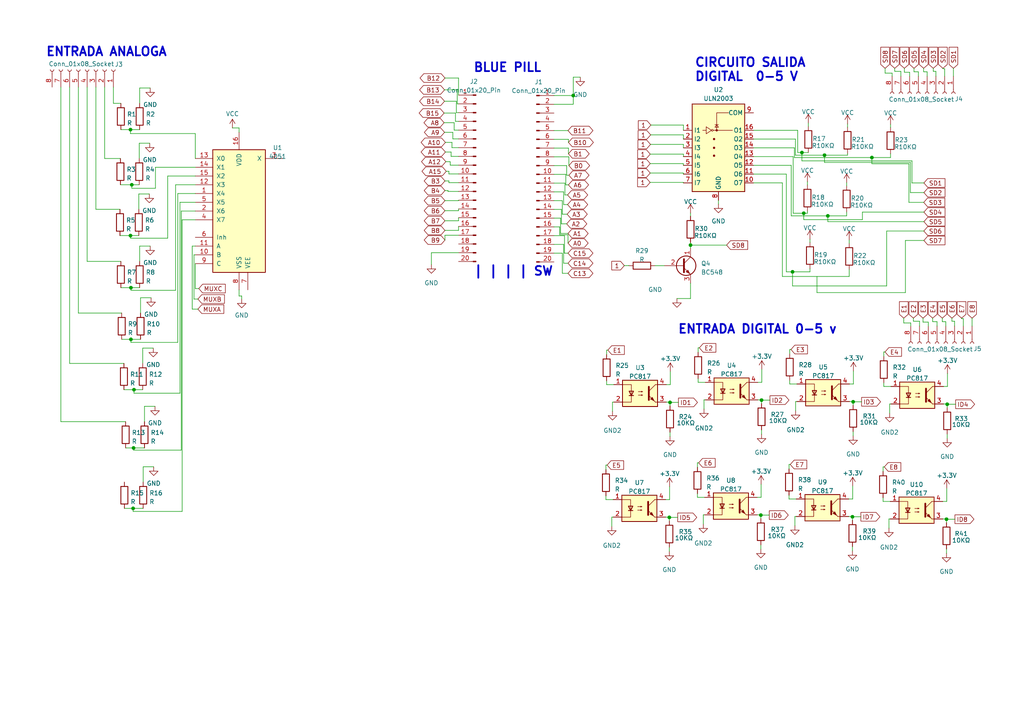
<source format=kicad_sch>
(kicad_sch (version 20230121) (generator eeschema)
  (paper "A4")
  (junction (at 200.279 71.0946))
  (junction (at 37.973 83.439))
  (junction (at 37.846 68.326))
  (junction (at 274.5232 150.5966))
  (junction (at 37.973 98.425))
  (junction (at 37.846 37.592))
  (junction (at 220.6752 149.4028))
  (junction (at 247.2436 149.8854))
  (junction (at 252.8824 45.6946))
  (junction (at 38.862 113.03))
  (junction (at 232.5878 44.2468))
  (junction (at 247.4468 116.5352))
  (junction (at 166.2684 27.7114))
  (junction (at 38.735 129.921))
  (junction (at 194.1322 150.0632))
  (junction (at 233.1212 61.849))
  (junction (at 229.87 78.8416))
  (junction (at 38.608 147.447))
  (junction (at 274.7264 117.2464))
  (junction (at 194.3354 116.713))
  (junction (at 38.227 53.594))
  (junction (at 239.141 45.0088))
  (junction (at 240.1062 62.611))
  (junction (at 220.8784 116.0526))
  (wire (pts (xy 270.6878 20.701) (xy 271.4498 20.701)))
  (wire (pts (xy 267.9446 67.0052) (xy 257.175 67.0052)))
  (wire (pts (xy 246.3038 78.1812) (xy 246.3038 80.1878)))
  (wire (pts (xy 129.0574 61.1124) (xy 132.9944 61.1124)))
  (wire (pts (xy 168.3004 22.3774) (xy 166.2684 22.3774)))
  (wire (pts (xy 264.0584 47.117) (xy 239.141 47.117)))
  (wire (pts (xy 277.1648 117.2464) (xy 274.7264 117.2464)))
  (wire (pts (xy 164.9984 45.4914) (xy 164.9984 48.0314)))
  (wire (pts (xy 246.1768 144.7292) (xy 247.3198 144.7292)))
  (wire (pts (xy 247.2436 149.8092) (xy 247.2436 149.8854)))
  (wire (pts (xy 196.7738 116.713) (xy 194.3354 116.713)))
  (wire (pts (xy 259.5118 20.701) (xy 259.5118 19.812)))
  (wire (pts (xy 250.1392 61.5188) (xy 250.1392 63.7032)))
  (wire (pts (xy 229.489 62.611) (xy 240.1062 62.611)))
  (wire (pts (xy 129.0574 58.1914) (xy 132.9944 58.1914)))
  (wire (pts (xy 175.7426 134.8994) (xy 175.7426 136.1948)))
  (wire (pts (xy 163.4744 55.6514) (xy 163.4744 59.3344)))
  (wire (pts (xy 45.085 54.61) (xy 38.227 54.61)))
  (wire (pts (xy 239.141 47.117) (xy 239.141 45.0088)))
  (wire (pts (xy 252.8824 45.6946) (xy 258.2926 45.6946)))
  (wire (pts (xy 37.973 98.425) (xy 40.767 98.425)))
  (wire (pts (xy 230.759 116.459) (xy 230.759 119.126)))
  (wire (pts (xy 164.3634 50.8254) (xy 164.9984 50.8254)))
  (wire (pts (xy 276.5298 19.812) (xy 276.5298 22.098)))
  (wire (pts (xy 125.1204 73.3044) (xy 125.1204 76.7334)))
  (wire (pts (xy 270.6878 19.812) (xy 270.6878 20.701)))
  (wire (pts (xy 43.815 86.36) (xy 40.767 86.36)))
  (wire (pts (xy 264.0584 55.8546) (xy 264.0584 47.117)))
  (wire (pts (xy 36.449 129.921) (xy 38.735 129.921)))
  (wire (pts (xy 162.5854 63.2714) (xy 162.5854 67.7164)))
  (wire (pts (xy 274.7264 117.1702) (xy 274.7264 117.2464)))
  (wire (pts (xy 50.927 53.594) (xy 50.927 84.201)))
  (wire (pts (xy 198.1962 47.9552) (xy 198.2216 47.9552)))
  (wire (pts (xy 246.3038 80.1878) (xy 226.9236 80.1878)))
  (wire (pts (xy 202.8444 100.8888) (xy 202.4888 100.8888)))
  (wire (pts (xy 37.973 84.201) (xy 37.973 83.439)))
  (wire (pts (xy 220.6752 149.4028) (xy 220.6752 150.4188)))
  (wire (pts (xy 132.1054 32.7914) (xy 128.8034 32.7914)))
  (wire (pts (xy 257.8354 150.5204) (xy 257.8354 153.1874)))
  (wire (pts (xy 234.9246 78.8416) (xy 234.9246 77.9272)))
  (wire (pts (xy 56.261 86.741) (xy 56.261 73.914)))
  (wire (pts (xy 258.7498 22.098) (xy 258.7498 21.209)))
  (wire (pts (xy 263.8298 22.098) (xy 263.8298 20.955)))
  (wire (pts (xy 230.9368 144.7292) (xy 228.854 144.7292)))
  (wire (pts (xy 129.4384 49.6824) (xy 130.2004 49.6824)))
  (wire (pts (xy 52.578 61.214) (xy 52.578 130.556)))
  (wire (pts (xy 194.3354 116.6368) (xy 194.3354 116.713)))
  (wire (pts (xy 234.188 52.7304) (xy 234.188 53.6448)))
  (wire (pts (xy 56.642 45.974) (xy 56.642 38.735)))
  (wire (pts (xy 176.3014 101.5492) (xy 175.9458 101.5492)))
  (wire (pts (xy 160.6804 65.8114) (xy 162.3314 65.8114)))
  (wire (pts (xy 163.7284 73.4314) (xy 164.7444 73.4314)))
  (wire (pts (xy 188.595 50.1904) (xy 198.1962 50.1904)))
  (wire (pts (xy 267.97 64.2874) (xy 240.1062 64.2874)))
  (wire (pts (xy 178.0286 116.6368) (xy 177.6476 116.6368)))
  (wire (pts (xy 249.8852 116.5352) (xy 247.4468 116.5352)))
  (wire (pts (xy 247.2436 158.5214) (xy 247.2436 159.766)))
  (wire (pts (xy 229.87 82.931) (xy 229.87 78.8416)))
  (wire (pts (xy 273.304 93.2942) (xy 273.304 92.2782)))
  (wire (pts (xy 246.38 116.459) (xy 247.4468 116.459)))
  (wire (pts (xy 56.642 48.514) (xy 45.085 48.514)))
  (wire (pts (xy 162.3314 68.0974) (xy 164.7444 68.0974)))
  (wire (pts (xy 132.9944 22.6314) (xy 129.0574 22.6314)))
  (wire (pts (xy 219.6084 144.2466) (xy 220.7514 144.2466)))
  (wire (pts (xy 219.8116 110.8964) (xy 220.9546 110.8964)))
  (wire (pts (xy 129.9464 55.2704) (xy 129.9464 55.5244)))
  (wire (pts (xy 48.641 69.088) (xy 37.846 69.088)))
  (wire (pts (xy 194.1322 150.0632) (xy 194.1322 151.0792)))
  (wire (pts (xy 266.7 93.1672) (xy 264.922 93.1672)))
  (wire (pts (xy 160.6804 53.1114) (xy 163.8554 53.1114)))
  (wire (pts (xy 131.0894 41.3004) (xy 131.0894 42.8244)))
  (wire (pts (xy 230.0478 45.4152) (xy 230.0478 61.849)))
  (wire (pts (xy 163.0934 73.4314) (xy 163.0934 79.2734)))
  (wire (pts (xy 247.4468 116.5352) (xy 247.4468 117.5512)))
  (wire (pts (xy 230.0478 61.849) (xy 233.1212 61.849)))
  (wire (pts (xy 163.0934 62.1284) (xy 164.4904 62.1284)))
  (wire (pts (xy 230.5558 149.8092) (xy 230.5558 152.4762)))
  (wire (pts (xy 234.188 61.849) (xy 234.188 61.2648)))
  (wire (pts (xy 48.641 51.054) (xy 48.641 69.088)))
  (wire (pts (xy 162.3314 65.8114) (xy 162.3314 68.0974)))
  (wire (pts (xy 182.3466 77.0382) (xy 182.3466 77.0636)))
  (wire (pts (xy 160.6804 27.7114) (xy 166.2684 27.7114)))
  (wire (pts (xy 22.733 25.273) (xy 22.733 90.805)))
  (wire (pts (xy 250.1392 63.7032) (xy 233.1212 63.7032)))
  (wire (pts (xy 164.8714 41.3004) (xy 164.8714 40.4114)))
  (wire (pts (xy 245.5672 62.611) (xy 245.5672 61.5188)))
  (wire (pts (xy 40.513 71.374) (xy 40.513 75.819)))
  (wire (pts (xy 262.6106 84.8614) (xy 236.9566 84.8614)))
  (wire (pts (xy 264.922 93.1672) (xy 264.922 92.2782)))
  (wire (pts (xy 27.813 60.706) (xy 34.798 60.706)))
  (wire (pts (xy 218.5416 42.8752) (xy 230.4034 42.8752)))
  (wire (pts (xy 198.2216 41.8846) (xy 198.2216 42.8752)))
  (wire (pts (xy 132.9944 35.2044) (xy 132.1054 35.2044)))
  (wire (pts (xy 132.9944 40.2844) (xy 131.3434 40.2844)))
  (wire (pts (xy 69.342 38.354) (xy 69.342 37.1094)))
  (wire (pts (xy 198.1962 50.4952) (xy 198.2216 50.4952)))
  (wire (pts (xy 218.5416 47.9552) (xy 229.489 47.9552)))
  (wire (pts (xy 270.51 93.2942) (xy 270.51 92.2782)))
  (wire (pts (xy 38.608 147.447) (xy 41.529 147.447)))
  (wire (pts (xy 45.085 48.514) (xy 45.085 54.61)))
  (wire (pts (xy 247.3198 140.97) (xy 247.3198 144.7292)))
  (wire (pts (xy 258.0386 117.1702) (xy 258.0386 119.8372)))
  (wire (pts (xy 164.7444 68.0974) (xy 164.7444 70.5104)))
  (wire (pts (xy 32.893 29.972) (xy 35.052 29.972)))
  (wire (pts (xy 163.0934 58.1914) (xy 163.0934 62.1284)))
  (wire (pts (xy 266.3698 22.098) (xy 266.3698 20.828)))
  (wire (pts (xy 220.6752 149.3266) (xy 220.6752 149.4028)))
  (wire (pts (xy 256.7178 21.209) (xy 256.7178 19.812)))
  (wire (pts (xy 189.992 77.0636) (xy 192.659 77.0636)))
  (wire (pts (xy 162.8394 64.9224) (xy 164.3634 64.9224)))
  (wire (pts (xy 132.6134 30.1244) (xy 132.6134 26.0604)))
  (wire (pts (xy 268.9098 20.828) (xy 267.8938 20.828)))
  (wire (pts (xy 258.7498 21.209) (xy 256.7178 21.209)))
  (wire (pts (xy 200.279 86.5886) (xy 196.342 86.5886)))
  (wire (pts (xy 188.7728 36.2712) (xy 198.2216 36.2712)))
  (wire (pts (xy 32.893 25.273) (xy 32.893 29.972)))
  (wire (pts (xy 132.6134 26.0604) (xy 128.9304 26.0604)))
  (wire (pts (xy 218.5416 40.3352) (xy 230.7082 40.3352)))
  (wire (pts (xy 231.14 111.379) (xy 229.0572 111.379)))
  (wire (pts (xy 56.642 53.594) (xy 50.927 53.594)))
  (wire (pts (xy 202.6412 134.239) (xy 202.2856 134.239)))
  (wire (pts (xy 226.9236 53.0352) (xy 218.5416 53.0352)))
  (wire (pts (xy 22.733 90.805) (xy 35.306 90.805)))
  (wire (pts (xy 163.4744 59.3344) (xy 164.6174 59.3344)))
  (wire (pts (xy 35.052 83.439) (xy 37.973 83.439)))
  (wire (pts (xy 177.6476 116.6368) (xy 177.6476 119.3038)))
  (wire (pts (xy 25.273 75.819) (xy 35.052 75.819)))
  (wire (pts (xy 276.098 93.1672) (xy 276.86 93.1672)))
  (wire (pts (xy 202.2856 144.2466) (xy 202.2856 143.1544)))
  (wire (pts (xy 130.8354 45.3644) (xy 132.9944 45.3644)))
  (wire (pts (xy 132.9944 27.5844) (xy 132.9944 22.6314)))
  (wire (pts (xy 160.6804 55.6514) (xy 163.4744 55.6514)))
  (wire (pts (xy 163.7284 68.3514) (xy 163.7284 73.4314)))
  (wire (pts (xy 273.9898 19.939) (xy 273.9898 22.098)))
  (wire (pts (xy 256.6924 102.0826) (xy 256.3368 102.0826)))
  (wire (pts (xy 44.45 100.965) (xy 41.402 100.965)))
  (wire (pts (xy 276.098 92.2782) (xy 276.098 93.1672)))
  (wire (pts (xy 204.1906 115.9764) (xy 204.1906 118.6434)))
  (wire (pts (xy 245.8212 45.0088) (xy 245.8212 44.5008)))
  (wire (pts (xy 162.5854 67.7164) (xy 164.7444 67.7164)))
  (wire (pts (xy 267.716 93.4212) (xy 267.716 92.2782)))
  (wire (pts (xy 274.8026 108.331) (xy 274.8026 112.0902)))
  (wire (pts (xy 258.2926 45.6946) (xy 258.2926 44.6024)))
  (wire (pts (xy 234.442 35.7124) (xy 234.442 36.6268)))
  (wire (pts (xy 175.7426 144.907) (xy 175.7426 143.8148)))
  (wire (pts (xy 249.682 149.8854) (xy 247.2436 149.8854)))
  (wire (pts (xy 200.279 82.1436) (xy 200.279 86.5886)))
  (wire (pts (xy 35.306 98.425) (xy 37.973 98.425)))
  (wire (pts (xy 56.642 61.214) (xy 52.578 61.214)))
  (wire (pts (xy 160.6804 63.2714) (xy 162.5854 63.2714)))
  (wire (pts (xy 230.4034 45.6946) (xy 252.8824 45.6946)))
  (wire (pts (xy 34.925 53.594) (xy 38.227 53.594)))
  (wire (pts (xy 37.973 83.439) (xy 40.513 83.439)))
  (wire (pts (xy 229.4128 101.3714) (xy 229.0572 101.3714)))
  (wire (pts (xy 278.892 92.4052) (xy 279.4 92.4052)))
  (wire (pts (xy 247.4468 125.1712) (xy 247.4468 126.4158)))
  (wire (pts (xy 164.3634 48.0314) (xy 164.3634 50.8254)))
  (wire (pts (xy 200.279 61.7982) (xy 200.279 62.7126)))
  (wire (pts (xy 132.9944 58.1914) (xy 132.9944 58.0644)))
  (wire (pts (xy 129.1844 41.3004) (xy 131.0894 41.3004)))
  (wire (pts (xy 38.227 53.594) (xy 40.386 53.594)))
  (wire (pts (xy 194.2084 141.1478) (xy 194.2084 144.907)))
  (wire (pts (xy 160.6804 48.0314) (xy 164.3634 48.0314)))
  (wire (pts (xy 52.197 58.674) (xy 52.197 114.046)))
  (wire (pts (xy 25.273 25.273) (xy 25.273 75.819)))
  (wire (pts (xy 256.1336 135.4328) (xy 256.1336 136.7282)))
  (wire (pts (xy 163.8554 56.5404) (xy 164.6174 56.5404)))
  (wire (pts (xy 130.2004 49.6824) (xy 130.2004 50.4444)))
  (wire (pts (xy 20.193 25.273) (xy 20.193 105.41)))
  (wire (pts (xy 256.4892 135.4328) (xy 256.1336 135.4328)))
  (wire (pts (xy 27.813 25.273) (xy 27.813 60.706)))
  (wire (pts (xy 262.3058 20.955) (xy 262.3058 19.812)))
  (wire (pts (xy 177.4444 149.987) (xy 177.4444 152.654)))
  (wire (pts (xy 166.2684 30.2514) (xy 160.6804 30.2514)))
  (wire (pts (xy 200.279 71.0946) (xy 210.7438 71.0946)))
  (wire (pts (xy 131.7244 35.5854) (xy 128.8034 35.5854)))
  (wire (pts (xy 50.927 84.201) (xy 37.973 84.201)))
  (wire (pts (xy 188.5696 52.9082) (xy 198.1962 52.9082)))
  (wire (pts (xy 204.5716 110.8964) (xy 202.4888 110.8964)))
  (wire (pts (xy 193.0654 144.907) (xy 194.2084 144.907)))
  (wire (pts (xy 274.5232 159.2326) (xy 274.5232 160.4772)))
  (wire (pts (xy 262.128 93.6752) (xy 262.128 92.2782)))
  (wire (pts (xy 56.642 56.134) (xy 51.562 56.134)))
  (wire (pts (xy 43.434 41.529) (xy 40.386 41.529)))
  (wire (pts (xy 129.0574 69.6214) (xy 129.0574 68.2244)))
  (wire (pts (xy 178.0286 111.5568) (xy 175.9458 111.5568)))
  (wire (pts (xy 163.4744 70.8914) (xy 163.4744 76.3524)))
  (wire (pts (xy 219.6084 149.3266) (xy 220.6752 149.3266)))
  (wire (pts (xy 188.595 47.4472) (xy 198.1962 47.4472)))
  (wire (pts (xy 40.767 86.36) (xy 40.767 90.805)))
  (wire (pts (xy 230.9368 149.8092) (xy 230.5558 149.8092)))
  (wire (pts (xy 245.8212 35.9664) (xy 245.8212 36.8808)))
  (wire (pts (xy 274.32 94.5642) (xy 274.32 93.2942)))
  (wire (pts (xy 274.5994 141.6812) (xy 274.5994 145.4404)))
  (wire (pts (xy 37.846 68.326) (xy 40.259 68.326)))
  (wire (pts (xy 131.3434 40.2844) (xy 131.3434 38.3794)))
  (wire (pts (xy 41.529 135.382) (xy 41.529 139.827)))
  (wire (pts (xy 266.3698 20.828) (xy 265.0998 20.828)))
  (wire (pts (xy 247.523 107.6198) (xy 247.523 111.379)))
  (wire (pts (xy 129.0574 66.8274) (xy 132.9944 66.8274)))
  (wire (pts (xy 177.8254 144.907) (xy 175.7426 144.907)))
  (wire (pts (xy 38.227 54.61) (xy 38.227 53.594)))
  (wire (pts (xy 278.892 92.2782) (xy 278.892 92.4052)))
  (wire (pts (xy 223.1136 149.4028) (xy 220.6752 149.4028)))
  (wire (pts (xy 269.24 94.5642) (xy 269.24 93.4212)))
  (wire (pts (xy 56.642 51.054) (xy 48.641 51.054)))
  (wire (pts (xy 193.2686 111.5568) (xy 194.4116 111.5568)))
  (wire (pts (xy 132.1054 35.2044) (xy 132.1054 32.7914)))
  (wire (pts (xy 132.9944 32.6644) (xy 132.3594 32.6644)))
  (wire (pts (xy 193.0654 149.987) (xy 194.1322 149.987)))
  (wire (pts (xy 164.8714 40.4114) (xy 160.6804 40.4114)))
  (wire (pts (xy 175.9458 111.5568) (xy 175.9458 110.4646)))
  (wire (pts (xy 267.97 61.5188) (xy 250.1392 61.5188)))
  (wire (pts (xy 52.578 130.556) (xy 38.735 130.556)))
  (wire (pts (xy 38.735 130.556) (xy 38.735 129.921)))
  (wire (pts (xy 35.941 113.03) (xy 38.862 113.03)))
  (wire (pts (xy 281.94 92.2782) (xy 281.94 94.5642)))
  (wire (pts (xy 220.8784 116.0526) (xy 220.8784 117.0686)))
  (wire (pts (xy 274.7264 125.8824) (xy 274.7264 127.127)))
  (wire (pts (xy 166.2684 27.7114) (xy 166.2684 30.2514)))
  (wire (pts (xy 274.32 93.2942) (xy 273.304 93.2942)))
  (wire (pts (xy 129.9464 55.5244) (xy 132.9944 55.5244)))
  (wire (pts (xy 160.6804 42.9514) (xy 164.8714 42.9514)))
  (wire (pts (xy 230.7082 45.0088) (xy 239.141 45.0088)))
  (wire (pts (xy 247.2436 149.8854) (xy 247.2436 150.9014)))
  (wire (pts (xy 130.2004 50.4444) (xy 132.9944 50.4444)))
  (wire (pts (xy 265.0998 20.828) (xy 265.0998 19.812)))
  (wire (pts (xy 262.6106 69.7484) (xy 267.9446 69.7484)))
  (wire (pts (xy 57.404 89.662) (xy 55.753 89.662)))
  (wire (pts (xy 267.97 53.0606) (xy 264.5156 53.0606)))
  (wire (pts (xy 37.846 69.088) (xy 37.846 68.326)))
  (wire (pts (xy 129.0574 64.0334) (xy 132.9944 64.0334)))
  (wire (pts (xy 160.6804 73.4314) (xy 163.0934 73.4314)))
  (wire (pts (xy 231.3686 37.7952) (xy 231.3686 44.2468)))
  (wire (pts (xy 41.91 117.856) (xy 41.91 122.301)))
  (wire (pts (xy 198.2216 44.704) (xy 198.2216 45.4152)))
  (wire (pts (xy 198.1962 50.1904) (xy 198.1962 50.4952)))
  (wire (pts (xy 182.3466 77.0636) (xy 182.372 77.0636)))
  (wire (pts (xy 263.6266 47.498) (xy 252.8824 47.498)))
  (wire (pts (xy 233.1212 61.849) (xy 234.188 61.849)))
  (wire (pts (xy 30.353 25.273) (xy 30.353 45.974)))
  (wire (pts (xy 269.24 93.4212) (xy 267.716 93.4212)))
  (wire (pts (xy 220.6752 158.0388) (xy 220.6752 159.2834)))
  (wire (pts (xy 246.1768 149.8092) (xy 247.2436 149.8092)))
  (wire (pts (xy 44.958 117.856) (xy 41.91 117.856)))
  (wire (pts (xy 273.4818 19.939) (xy 273.9898 19.939)))
  (wire (pts (xy 258.2164 145.4404) (xy 256.1336 145.4404)))
  (wire (pts (xy 196.5706 150.0632) (xy 194.1322 150.0632)))
  (wire (pts (xy 55.753 71.374) (xy 56.642 71.374)))
  (wire (pts (xy 176.0982 134.8994) (xy 175.7426 134.8994)))
  (wire (pts (xy 240.1062 62.611) (xy 245.5672 62.611)))
  (wire (pts (xy 194.3354 116.713) (xy 194.3354 117.729)))
  (wire (pts (xy 198.2216 36.2712) (xy 198.2216 37.7952)))
  (wire (pts (xy 271.78 93.2942) (xy 270.51 93.2942)))
  (wire (pts (xy 162.8394 60.7314) (xy 162.8394 64.9224)))
  (wire (pts (xy 267.97 55.8546) (xy 264.0584 55.8546)))
  (wire (pts (xy 56.642 38.735) (xy 37.846 38.735)))
  (wire (pts (xy 264.16 93.6752) (xy 262.128 93.6752)))
  (wire (pts (xy 228.854 144.7292) (xy 228.854 143.637)))
  (wire (pts (xy 258.4196 112.0902) (xy 256.3368 112.0902)))
  (wire (pts (xy 129.0574 55.2704) (xy 129.9464 55.2704)))
  (wire (pts (xy 188.6712 41.8846) (xy 198.2216 41.8846)))
  (wire (pts (xy 69.342 85.852) (xy 70.104 85.852)))
  (wire (pts (xy 69.342 37.1094) (xy 67.4116 37.1094)))
  (wire (pts (xy 246.38 111.379) (xy 247.523 111.379)))
  (wire (pts (xy 262.6106 69.7484) (xy 262.6106 84.8614)))
  (wire (pts (xy 257.175 67.0052) (xy 257.175 82.931)))
  (wire (pts (xy 233.1212 61.849) (xy 233.1212 63.7032)))
  (wire (pts (xy 256.3368 102.0826) (xy 256.3368 103.378)))
  (wire (pts (xy 166.2684 22.3774) (xy 166.2684 27.7114)))
  (wire (pts (xy 202.4888 100.8888) (xy 202.4888 102.1842)))
  (wire (pts (xy 258.2926 36.068) (xy 258.2926 36.9824)))
  (wire (pts (xy 131.3434 38.3794) (xy 128.9304 38.3794)))
  (wire (pts (xy 204.3684 144.2466) (xy 202.2856 144.2466)))
  (wire (pts (xy 271.4498 20.701) (xy 271.4498 22.098)))
  (wire (pts (xy 52.197 114.046) (xy 38.862 114.046)))
  (wire (pts (xy 129.3114 46.8884) (xy 130.5814 46.8884)))
  (wire (pts (xy 130.2004 52.9844) (xy 132.9944 52.9844)))
  (wire (pts (xy 203.9874 149.3266) (xy 203.9874 151.9936)))
  (wire (pts (xy 218.5416 37.7952) (xy 231.3686 37.7952)))
  (wire (pts (xy 257.175 82.931) (xy 229.87 82.931)))
  (wire (pts (xy 57.404 86.741) (xy 56.261 86.741)))
  (wire (pts (xy 17.653 25.273) (xy 17.653 122.301)))
  (wire (pts (xy 234.9246 69.3928) (xy 234.9246 70.3072)))
  (wire (pts (xy 228.854 134.7216) (xy 228.854 136.017)))
  (wire (pts (xy 267.8938 20.828) (xy 267.8938 19.812)))
  (wire (pts (xy 274.5232 150.5966) (xy 274.5232 151.6126)))
  (wire (pts (xy 256.1336 145.4404) (xy 256.1336 144.3482)))
  (wire (pts (xy 220.7514 140.4874) (xy 220.7514 144.2466)))
  (wire (pts (xy 51.562 99.314) (xy 37.973 99.314)))
  (wire (pts (xy 160.6804 70.8914) (xy 163.4744 70.8914)))
  (wire (pts (xy 130.5814 46.8884) (xy 130.5814 47.9044)))
  (wire (pts (xy 188.722 39.116) (xy 198.2216 39.116)))
  (wire (pts (xy 266.7 94.5642) (xy 266.7 93.1672)))
  (wire (pts (xy 228.0666 50.4952) (xy 228.0666 78.8416)))
  (wire (pts (xy 129.0574 68.2244) (xy 132.9944 68.2244)))
  (wire (pts (xy 160.6804 58.1914) (xy 163.0934 58.1914)))
  (wire (pts (xy 226.9236 80.1878) (xy 226.9236 53.0352)))
  (wire (pts (xy 41.402 100.965) (xy 41.402 105.41)))
  (wire (pts (xy 160.6804 45.4914) (xy 164.9984 45.4914)))
  (wire (pts (xy 130.8354 44.0944) (xy 130.8354 45.3644)))
  (wire (pts (xy 43.561 71.374) (xy 40.513 71.374)))
  (wire (pts (xy 194.4116 107.7976) (xy 194.4116 111.5568)))
  (wire (pts (xy 175.9458 101.5492) (xy 175.9458 102.8446)))
  (wire (pts (xy 240.1062 62.611) (xy 240.1062 64.2874)))
  (wire (pts (xy 258.4196 117.1702) (xy 258.0386 117.1702)))
  (wire (pts (xy 163.4744 76.3524) (xy 164.7444 76.3524)))
  (wire (pts (xy 51.562 56.134) (xy 51.562 99.314)))
  (wire (pts (xy 271.78 94.5642) (xy 271.78 93.2942)))
  (wire (pts (xy 218.5416 50.4952) (xy 228.0666 50.4952)))
  (wire (pts (xy 56.642 76.454) (xy 56.642 83.693)))
  (wire (pts (xy 202.4888 110.8964) (xy 202.4888 109.8042)))
  (wire (pts (xy 256.3368 112.0902) (xy 256.3368 110.998)))
  (wire (pts (xy 263.8298 20.955) (xy 262.3058 20.955)))
  (wire (pts (xy 44.577 135.382) (xy 41.529 135.382)))
  (wire (pts (xy 232.5878 46.6598) (xy 232.5878 44.2468)))
  (wire (pts (xy 56.642 58.674) (xy 52.197 58.674)))
  (wire (pts (xy 229.0572 111.379) (xy 229.0572 110.2868)))
  (wire (pts (xy 261.2898 20.701) (xy 259.5118 20.701)))
  (wire (pts (xy 40.386 41.529) (xy 40.386 45.974)))
  (wire (pts (xy 38.862 113.03) (xy 41.402 113.03)))
  (wire (pts (xy 219.8116 115.9764) (xy 220.8784 115.9764)))
  (wire (pts (xy 229.0572 101.3714) (xy 229.0572 102.6668)))
  (wire (pts (xy 132.3594 29.3624) (xy 128.9304 29.3624)))
  (wire (pts (xy 20.193 105.41) (xy 35.941 105.41)))
  (wire (pts (xy 220.9546 107.1372) (xy 220.9546 110.8964)))
  (wire (pts (xy 229.489 47.9552) (xy 229.489 62.611)))
  (wire (pts (xy 229.87 78.8416) (xy 234.9246 78.8416)))
  (wire (pts (xy 38.735 129.921) (xy 41.91 129.921)))
  (wire (pts (xy 231.3686 44.2468) (xy 232.5878 44.2468)))
  (wire (pts (xy 198.2216 39.116) (xy 198.2216 40.3352)))
  (wire (pts (xy 218.5416 45.4152) (xy 230.0478 45.4152)))
  (wire (pts (xy 204.3684 149.3266) (xy 203.9874 149.3266)))
  (wire (pts (xy 239.141 45.0088) (xy 245.8212 45.0088)))
  (wire (pts (xy 40.259 56.261) (xy 40.259 60.706)))
  (wire (pts (xy 188.595 44.704) (xy 198.2216 44.704)))
  (wire (pts (xy 132.9944 37.7444) (xy 131.7244 37.7444)))
  (wire (pts (xy 56.261 73.914) (xy 56.642 73.914)))
  (wire (pts (xy 232.5878 44.2468) (xy 234.442 44.2468)))
  (wire (pts (xy 52.832 148.336) (xy 38.608 148.336)))
  (wire (pts (xy 164.1094 53.6194) (xy 164.8714 53.6194)))
  (wire (pts (xy 273.6596 112.0902) (xy 274.8026 112.0902)))
  (wire (pts (xy 160.6804 60.7314) (xy 162.8394 60.7314)))
  (wire (pts (xy 69.342 84.074) (xy 69.342 85.852)))
  (wire (pts (xy 267.9192 58.6994) (xy 263.6266 58.6994)))
  (wire (pts (xy 132.9944 66.8274) (xy 132.9944 65.6844)))
  (wire (pts (xy 230.7082 40.3352) (xy 230.7082 45.0088)))
  (wire (pts (xy 200.279 70.3326) (xy 200.279 71.0946)))
  (wire (pts (xy 37.973 99.314) (xy 37.973 98.425)))
  (wire (pts (xy 273.4564 150.5204) (xy 274.5232 150.5204)))
  (wire (pts (xy 52.832 63.754) (xy 52.832 148.336)))
  (wire (pts (xy 130.5814 47.9044) (xy 132.9944 47.9044)))
  (wire (pts (xy 131.7244 37.7444) (xy 131.7244 35.5854)))
  (wire (pts (xy 37.846 38.735) (xy 37.846 37.592)))
  (wire (pts (xy 264.5156 53.0606) (xy 264.5156 46.6598)))
  (wire (pts (xy 163.8554 53.1114) (xy 163.8554 56.5404)))
  (wire (pts (xy 198.1962 47.4472) (xy 198.1962 47.9552)))
  (wire (pts (xy 56.642 83.693) (xy 57.658 83.693)))
  (wire (pts (xy 34.798 68.326) (xy 37.846 68.326)))
  (wire (pts (xy 273.4564 145.4404) (xy 274.5994 145.4404)))
  (wire (pts (xy 132.9944 64.0334) (xy 132.9944 63.1444)))
  (wire (pts (xy 220.8784 124.6886) (xy 220.8784 125.9332)))
  (wire (pts (xy 208.3816 58.1152) (xy 208.3816 59.182)))
  (wire (pts (xy 274.7264 117.2464) (xy 274.7264 118.2624)))
  (wire (pts (xy 177.8254 149.987) (xy 177.4444 149.987)))
  (wire (pts (xy 202.2856 134.239) (xy 202.2856 135.5344)))
  (wire (pts (xy 228.0666 78.8416) (xy 229.87 78.8416)))
  (wire (pts (xy 160.6804 37.8714) (xy 164.7444 37.8714)))
  (wire (pts (xy 130.2004 52.4764) (xy 130.2004 52.9844)))
  (wire (pts (xy 37.846 37.592) (xy 40.513 37.592)))
  (wire (pts (xy 38.608 148.336) (xy 38.608 147.447)))
  (wire (pts (xy 164.8714 42.9514) (xy 164.8714 44.6024)))
  (wire (pts (xy 194.1322 158.6992) (xy 194.1322 159.9438)))
  (wire (pts (xy 258.2164 150.5204) (xy 257.8354 150.5204)))
  (wire (pts (xy 132.3594 32.6644) (xy 132.3594 29.3624)))
  (wire (pts (xy 236.9566 84.8614) (xy 236.9566 80.2132)))
  (wire (pts (xy 229.2096 134.7216) (xy 228.854 134.7216)))
  (wire (pts (xy 198.1962 52.9082) (xy 198.1962 53.0352)))
  (wire (pts (xy 200.279 71.0946) (xy 200.279 71.9836)))
  (wire (pts (xy 230.4034 42.8752) (xy 230.4034 45.6946)))
  (wire (pts (xy 194.3354 125.349) (xy 194.3354 126.5936)))
  (wire (pts (xy 181.0766 77.0382) (xy 182.3466 77.0382)))
  (wire (pts (xy 223.3168 116.0526) (xy 220.8784 116.0526)))
  (wire (pts (xy 160.6804 50.5714) (xy 164.1094 50.5714)))
  (wire (pts (xy 194.1322 149.987) (xy 194.1322 150.0632)))
  (wire (pts (xy 204.5716 115.9764) (xy 204.1906 115.9764)))
  (wire (pts (xy 261.2898 22.098) (xy 261.2898 20.701)))
  (wire (pts (xy 268.9098 22.098) (xy 268.9098 20.828)))
  (wire (pts (xy 36.068 147.447) (xy 38.608 147.447)))
  (wire (pts (xy 70.104 85.852) (xy 70.104 86.741)))
  (wire (pts (xy 273.6596 117.1702) (xy 274.7264 117.1702)))
  (wire (pts (xy 163.0934 79.2734) (xy 164.7444 79.2734)))
  (wire (pts (xy 38.862 114.046) (xy 38.862 113.03)))
  (wire (pts (xy 193.2686 116.6368) (xy 194.3354 116.6368)))
  (wire (pts (xy 245.5672 52.9844) (xy 245.5672 53.8988)))
  (wire (pts (xy 43.561 25.527) (xy 40.513 25.527)))
  (wire (pts (xy 56.642 63.754) (xy 52.832 63.754)))
  (wire (pts (xy 252.8824 47.498) (xy 252.8824 45.6946)))
  (wire (pts (xy 220.8784 115.9764) (xy 220.8784 116.0526)))
  (wire (pts (xy 132.6134 30.1244) (xy 132.9944 30.1244)))
  (wire (pts (xy 17.653 122.301) (xy 36.449 122.301)))
  (wire (pts (xy 264.16 94.5642) (xy 264.16 93.6752)))
  (wire (pts (xy 129.1844 44.0944) (xy 130.8354 44.0944)))
  (wire (pts (xy 276.9616 150.5966) (xy 274.5232 150.5966)))
  (wire (pts (xy 129.0574 52.4764) (xy 130.2004 52.4764)))
  (wire (pts (xy 263.6266 47.498) (xy 263.6266 58.6994)))
  (wire (pts (xy 164.1094 50.5714) (xy 164.1094 53.6194)))
  (wire (pts (xy 35.052 37.592) (xy 37.846 37.592)))
  (wire (pts (xy 131.0894 42.8244) (xy 132.9944 42.8244)))
  (wire (pts (xy 132.9944 73.3044) (xy 125.1204 73.3044)))
  (wire (pts (xy 40.513 25.527) (xy 40.513 29.972)))
  (wire (pts (xy 30.353 45.974) (xy 34.925 45.974)))
  (wire (pts (xy 264.5156 46.6598) (xy 232.5878 46.6598)))
  (wire (pts (xy 160.6804 68.3514) (xy 163.7284 68.3514)))
  (wire (pts (xy 276.86 93.1672) (xy 276.86 94.5642)))
  (wire (pts (xy 246.3038 69.6468) (xy 246.3038 70.5612)))
  (wire (pts (xy 279.4 92.4052) (xy 279.4 94.5642)))
  (wire (pts (xy 132.9944 61.1124) (xy 132.9944 60.6044)))
  (wire (pts (xy 247.4468 116.459) (xy 247.4468 116.5352)))
  (wire (pts (xy 274.5232 150.5204) (xy 274.5232 150.5966)))
  (wire (pts (xy 273.4818 19.812) (xy 273.4818 19.939)))
  (wire (pts (xy 198.1962 53.0352) (xy 198.2216 53.0352)))
  (wire (pts (xy 43.307 56.261) (xy 40.259 56.261)))
  (wire (pts (xy 231.14 116.459) (xy 230.759 116.459)))
  (wire (pts (xy 55.753 89.662) (xy 55.753 71.374)))
  (text "CIRCUITO SALIDA\nDIGITAL  0-5 V\n" (at 201.3966 23.8506 0) (effects (font (size 2.54 2.54) (thickness 0.508) bold) (justify left bottom)))
  (text "BLUE PILL\n\n" (at 137.1854 25.2984 0) (effects (font (size 2.54 2.54) (thickness 0.508) bold) (justify left bottom)))
  (text "ENTRADA ANALOGA\n" (at 13.208 16.637 0) (effects (font (size 2.54 2.54) (thickness 0.508) bold) (justify left bottom)))
  (text "ENTRADA DIGITAL 0-5 v\n" (at 196.4944 97.1042 0) (effects (font (size 2.54 2.54) bold) (justify left bottom)))
  (text "| | | | SW" (at 137.1854 80.2894 0) (effects (font (size 2.54 2.54) (thickness 0.508) bold) (justify left bottom)))
  (global_label "E5" (shape input) (at 176.0982 134.8994 0) (property "Intersheetrefs" "${INTERSHEET_REFS}" (effects hide)))
  (global_label "C14" (shape bidirectional) (at 164.7444 76.3524 0) (property "Intersheetrefs" "${INTERSHEET_REFS}" (effects hide)))
  (global_label "SD7" (shape input) (at 259.5118 19.812 90) (property "Intersheetrefs" "${INTERSHEET_REFS}" (effects hide)))
  (global_label "1" (shape input) (at 181.0766 77.0382 180) (property "Intersheetrefs" "${INTERSHEET_REFS}" (effects hide)))
  (global_label "SD4" (shape input) (at 267.97 61.5188 0) (property "Intersheetrefs" "${INTERSHEET_REFS}" (effects hide)))
  (global_label "B3" (shape bidirectional) (at 129.0574 52.4764 180) (property "Intersheetrefs" "${INTERSHEET_REFS}" (effects hide)))
  (global_label "ID8" (shape output) (at 276.9616 150.5966 0) (property "Intersheetrefs" "${INTERSHEET_REFS}" (effects hide)))
  (global_label "SD2" (shape input) (at 273.4818 19.812 90) (property "Intersheetrefs" "${INTERSHEET_REFS}" (effects hide)))
  (global_label "A3" (shape bidirectional) (at 164.4904 62.1284 0) (property "Intersheetrefs" "${INTERSHEET_REFS}" (effects hide)))
  (global_label "B1" (shape bidirectional) (at 164.8714 44.6024 0) (property "Intersheetrefs" "${INTERSHEET_REFS}" (effects hide)))
  (global_label "ID4" (shape output) (at 277.1648 117.2464 0) (property "Intersheetrefs" "${INTERSHEET_REFS}" (effects hide)))
  (global_label "B7" (shape bidirectional) (at 129.0574 64.0334 180) (property "Intersheetrefs" "${INTERSHEET_REFS}" (effects hide)))
  (global_label "B9" (shape bidirectional) (at 129.0574 69.6214 180) (property "Intersheetrefs" "${INTERSHEET_REFS}" (effects hide)))
  (global_label "1" (shape input) (at 188.6712 41.8846 180) (property "Intersheetrefs" "${INTERSHEET_REFS}" (effects hide)))
  (global_label "A2" (shape bidirectional) (at 164.3634 64.9224 0) (property "Intersheetrefs" "${INTERSHEET_REFS}" (effects hide)))
  (global_label "E7" (shape input) (at 278.892 92.2782 90) (property "Intersheetrefs" "${INTERSHEET_REFS}" (effects hide)))
  (global_label "A7" (shape bidirectional) (at 164.9984 50.8254 0) (property "Intersheetrefs" "${INTERSHEET_REFS}" (effects hide)))
  (global_label "1" (shape input) (at 188.722 39.116 180) (property "Intersheetrefs" "${INTERSHEET_REFS}" (effects hide)))
  (global_label "SD1" (shape input) (at 267.97 53.0606 0) (property "Intersheetrefs" "${INTERSHEET_REFS}" (effects hide)))
  (global_label "E3" (shape input) (at 267.716 92.2782 90) (property "Intersheetrefs" "${INTERSHEET_REFS}" (effects hide)))
  (global_label "E3" (shape input) (at 229.4128 101.3714 0) (property "Intersheetrefs" "${INTERSHEET_REFS}" (effects hide)))
  (global_label "SD3" (shape input) (at 270.6878 19.812 90) (property "Intersheetrefs" "${INTERSHEET_REFS}" (effects hide)))
  (global_label "A4" (shape bidirectional) (at 164.6174 59.3344 0) (property "Intersheetrefs" "${INTERSHEET_REFS}" (effects hide)))
  (global_label "A6" (shape bidirectional) (at 164.8714 53.6194 0) (property "Intersheetrefs" "${INTERSHEET_REFS}" (effects hide)))
  (global_label "E4" (shape input) (at 270.51 92.2782 90) (property "Intersheetrefs" "${INTERSHEET_REFS}" (effects hide)))
  (global_label "A5" (shape bidirectional) (at 164.6174 56.5404 0) (property "Intersheetrefs" "${INTERSHEET_REFS}" (effects hide)))
  (global_label "SD5" (shape input) (at 265.0998 19.812 90) (property "Intersheetrefs" "${INTERSHEET_REFS}" (effects hide)))
  (global_label "A8" (shape bidirectional) (at 128.8034 35.5854 180) (property "Intersheetrefs" "${INTERSHEET_REFS}" (effects hide)))
  (global_label "B12" (shape bidirectional) (at 129.0574 22.6314 180) (property "Intersheetrefs" "${INTERSHEET_REFS}" (effects hide)))
  (global_label "1" (shape input) (at 188.595 44.704 180) (property "Intersheetrefs" "${INTERSHEET_REFS}" (effects hide)))
  (global_label "SD4" (shape input) (at 267.8938 19.812 90) (property "Intersheetrefs" "${INTERSHEET_REFS}" (effects hide)))
  (global_label "1" (shape input) (at 188.595 50.1904 180) (property "Intersheetrefs" "${INTERSHEET_REFS}" (effects hide)))
  (global_label "SD2" (shape input) (at 267.97 55.8546 0) (property "Intersheetrefs" "${INTERSHEET_REFS}" (effects hide)))
  (global_label "B4" (shape bidirectional) (at 129.0574 55.2704 180) (property "Intersheetrefs" "${INTERSHEET_REFS}" (effects hide)))
  (global_label "A12" (shape bidirectional) (at 129.3114 46.8884 180) (property "Intersheetrefs" "${INTERSHEET_REFS}" (effects hide)))
  (global_label "C13" (shape bidirectional) (at 164.7444 79.2734 0) (property "Intersheetrefs" "${INTERSHEET_REFS}" (effects hide)))
  (global_label "SD3" (shape input) (at 267.9192 58.6994 0) (property "Intersheetrefs" "${INTERSHEET_REFS}" (effects hide)))
  (global_label "E7" (shape input) (at 229.2096 134.7216 0) (property "Intersheetrefs" "${INTERSHEET_REFS}" (effects hide)))
  (global_label "B10" (shape bidirectional) (at 164.8714 41.3004 0) (property "Intersheetrefs" "${INTERSHEET_REFS}" (effects hide)))
  (global_label "MUXA" (shape input) (at 57.404 89.662 0) (property "Intersheetrefs" "${INTERSHEET_REFS}" (effects hide)))
  (global_label "E8" (shape input) (at 281.94 92.2782 90) (property "Intersheetrefs" "${INTERSHEET_REFS}" (effects hide)))
  (global_label "ID6" (shape output) (at 223.1136 149.4028 0) (property "Intersheetrefs" "${INTERSHEET_REFS}" (effects hide)))
  (global_label "A11" (shape bidirectional) (at 129.1844 44.0944 180) (property "Intersheetrefs" "${INTERSHEET_REFS}" (effects hide)))
  (global_label "E2" (shape input) (at 202.8444 100.8888 0) (property "Intersheetrefs" "${INTERSHEET_REFS}" (effects hide)))
  (global_label "B15" (shape bidirectional) (at 128.8034 32.7914 180) (property "Intersheetrefs" "${INTERSHEET_REFS}" (effects hide)))
  (global_label "B13" (shape bidirectional) (at 128.9304 26.0604 180) (property "Intersheetrefs" "${INTERSHEET_REFS}" (effects hide)))
  (global_label "A15" (shape bidirectional) (at 129.4384 49.6824 180) (property "Intersheetrefs" "${INTERSHEET_REFS}" (effects hide)))
  (global_label "SD8" (shape input) (at 210.7438 71.0946 0) (property "Intersheetrefs" "${INTERSHEET_REFS}" (effects hide)))
  (global_label "SD7" (shape input) (at 267.97 69.7484 0) (property "Intersheetrefs" "${INTERSHEET_REFS}" (effects hide)))
  (global_label "E5" (shape input) (at 273.304 92.2782 90) (property "Intersheetrefs" "${INTERSHEET_REFS}" (effects hide)))
  (global_label "SD6" (shape input) (at 262.3058 19.812 90) (property "Intersheetrefs" "${INTERSHEET_REFS}" (effects hide)))
  (global_label "1" (shape input) (at 188.5696 52.9082 180) (property "Intersheetrefs" "${INTERSHEET_REFS}" (effects hide)))
  (global_label "E6" (shape input) (at 202.6412 134.239 0) (property "Intersheetrefs" "${INTERSHEET_REFS}" (effects hide)))
  (global_label "B8" (shape bidirectional) (at 129.0574 66.8274 180) (property "Intersheetrefs" "${INTERSHEET_REFS}" (effects hide)))
  (global_label "B14" (shape bidirectional) (at 128.9304 29.3624 180) (property "Intersheetrefs" "${INTERSHEET_REFS}" (effects hide)))
  (global_label "SD5" (shape input) (at 267.97 64.2874 0) (property "Intersheetrefs" "${INTERSHEET_REFS}" (effects hide)))
  (global_label "B0" (shape bidirectional) (at 164.9984 48.0314 0) (property "Intersheetrefs" "${INTERSHEET_REFS}" (effects hide)))
  (global_label "SD6" (shape input) (at 267.9446 67.0052 0) (property "Intersheetrefs" "${INTERSHEET_REFS}" (effects hide)))
  (global_label "ID3" (shape output) (at 249.8852 116.5352 0) (property "Intersheetrefs" "${INTERSHEET_REFS}" (effects hide)))
  (global_label "MUXC" (shape input) (at 57.658 83.693 0) (property "Intersheetrefs" "${INTERSHEET_REFS}" (effects hide)))
  (global_label "E6" (shape input) (at 276.098 92.2782 90) (property "Intersheetrefs" "${INTERSHEET_REFS}" (effects hide)))
  (global_label "MUXB" (shape input) (at 57.404 86.741 0) (property "Intersheetrefs" "${INTERSHEET_REFS}" (effects hide)))
  (global_label "1" (shape input) (at 188.7728 36.2712 180) (property "Intersheetrefs" "${INTERSHEET_REFS}" (effects hide)))
  (global_label "A0" (shape bidirectional) (at 164.7444 70.5104 0) (property "Intersheetrefs" "${INTERSHEET_REFS}" (effects hide)))
  (global_label "E4" (shape input) (at 256.6924 102.0826 0) (property "Intersheetrefs" "${INTERSHEET_REFS}" (effects hide)))
  (global_label "ID1" (shape output) (at 196.7738 116.713 0) (property "Intersheetrefs" "${INTERSHEET_REFS}" (effects hide)))
  (global_label "E8" (shape input) (at 256.4892 135.4328 0) (property "Intersheetrefs" "${INTERSHEET_REFS}" (effects hide)))
  (global_label "E1" (shape input) (at 262.128 92.2782 90) (property "Intersheetrefs" "${INTERSHEET_REFS}" (effects hide)))
  (global_label "SD8" (shape input) (at 256.7178 19.812 90) (property "Intersheetrefs" "${INTERSHEET_REFS}" (effects hide)))
  (global_label "ID7" (shape output) (at 249.682 149.8854 0) (property "Intersheetrefs" "${INTERSHEET_REFS}" (effects hide)))
  (global_label "B5" (shape bidirectional) (at 129.0574 58.1914 180) (property "Intersheetrefs" "${INTERSHEET_REFS}" (effects hide)))
  (global_label "A9" (shape bidirectional) (at 128.9304 38.3794 180) (property "Intersheetrefs" "${INTERSHEET_REFS}" (effects hide)))
  (global_label "A10" (shape bidirectional) (at 129.1844 41.3004 180) (property "Intersheetrefs" "${INTERSHEET_REFS}" (effects hide)))
  (global_label "ID2" (shape output) (at 223.3168 116.0526 0) (property "Intersheetrefs" "${INTERSHEET_REFS}" (effects hide)))
  (global_label "C15" (shape bidirectional) (at 164.7444 73.4314 0) (property "Intersheetrefs" "${INTERSHEET_REFS}" (effects hide)))
  (global_label "1" (shape input) (at 188.595 47.4472 180) (property "Intersheetrefs" "${INTERSHEET_REFS}" (effects hide)))
  (global_label "A1" (shape bidirectional) (at 164.7444 67.7164 0) (property "Intersheetrefs" "${INTERSHEET_REFS}" (effects hide)))
  (global_label "B11" (shape bidirectional) (at 164.7444 37.8714 0) (property "Intersheetrefs" "${INTERSHEET_REFS}" (effects hide)))
  (global_label "E2" (shape input) (at 264.922 92.2782 90) (property "Intersheetrefs" "${INTERSHEET_REFS}" (effects hide)))
  (global_label "E1" (shape input) (at 176.3014 101.5492 0) (property "Intersheetrefs" "${INTERSHEET_REFS}" (effects hide)))
  (global_label "B6" (shape bidirectional) (at 129.0574 61.1124 180) (property "Intersheetrefs" "${INTERSHEET_REFS}" (effects hide)))
  (global_label "SD1" (shape input) (at 276.5298 19.812 90) (property "Intersheetrefs" "${INTERSHEET_REFS}" (effects hide)))
  (global_label "ID5" (shape output) (at 196.5706 150.0632 0) (property "Intersheetrefs" "${INTERSHEET_REFS}" (effects hide)))
  (symbol (lib_id "Device:R") (at 256.1336 140.5382 180) (unit 1)
    (property "Reference" "R40" (at 258.699 139.9032 0) (effects (justify right)))
    (property "Value" "R" (at 258.699 142.4432 0) (effects (justify right)))
  )
  (symbol (lib_id "Connector:Conn_01x08_Socket") (at 274.32 99.6442 270) (unit 1)
    (property "Reference" "J5" (at 282.321 101.1682 90) (effects (justify left)))
    (property "Value" "Conn_01x08_Socket" (at 263.144 101.2952 90) (effects (justify left)))
  )
  (symbol (lib_id "power:GND") (at 194.3354 126.5936 0) (unit 1)
    (property "Reference" "#PWR017" (effects hide))
    (property "Value" "GND" (at 194.3354 131.9022 0))
  )
  (symbol (lib_id "power:VCC") (at 245.8212 35.9664 0) (unit 1)
    (property "Reference" "#PWR014" (effects hide))
    (property "Value" "VCC" (at 245.8212 32.6898 0))
  )
  (symbol (lib_id "power:GND2") (at 203.9874 151.9936 0) (unit 1)
    (property "Reference" "#PWR037" (effects hide))
    (property "Value" "GND2" (at 203.9874 157.5562 0))
  )
  (symbol (lib_id "Device:R") (at 34.925 49.784 0) (unit 1)
    (property "Reference" "R3" (at 36.703 49.149 0) (effects (justify left)))
    (property "Value" "R" (at 36.703 51.689 0) (effects (justify left)))
  )
  (symbol (lib_id "Connector:Conn_01x20_Pin") (at 155.6004 50.5714 0) (unit 1)
    (property "Reference" "J1" (at 156.2354 23.7744 0))
    (property "Value" "Conn_01x20_Pin" (at 156.2354 26.3144 0))
    (property "Footprint" "Connector_PinSocket_2.54mm:PinSocket_1x20_P2.54mm_Vertical" (effects hide))
  )
  (symbol (lib_id "Isolator:PC817") (at 185.6486 114.0968 0) (unit 1)
    (property "Reference" "U3" (at 185.6486 106.6546 0))
    (property "Value" "PC817" (at 185.6486 109.1946 0))
    (property "Footprint" "Package_DIP:DIP-4_W7.62mm" (effects hide))
    (property "Datasheet" "http://www.soselectronic.cz/a_info/resource/d/pc817.pdf" (effects hide))
  )
  (symbol (lib_id "Device:R") (at 220.8784 120.8786 0) (unit 1)
    (property "Reference" "R27" (at 223.52 120.2436 0) (effects (justify left)))
    (property "Value" "10KΩ" (at 222.9866 122.0216 0) (effects (justify left)))
  )
  (symbol (lib_id "power:+3.3V") (at 194.4116 107.7976 0) (unit 1)
    (property "Reference" "#PWR020" (effects hide))
    (property "Value" "+3.3V" (at 194.4116 104.0384 0))
  )
  (symbol (lib_id "power:GND") (at 44.577 135.382 0) (unit 1)
    (property "Reference" "#PWR08" (effects hide))
    (property "Value" "GND" (at 44.577 140.208 0))
  )
  (symbol (lib_id "power:VCC") (at 200.279 61.7982 0) (unit 1)
    (property "Reference" "#PWR023" (effects hide))
    (property "Value" "VCC" (at 200.279 58.5216 0))
  )
  (symbol (lib_id "power:GND") (at 208.3816 59.182 0) (unit 1)
    (property "Reference" "#PWR09" (effects hide))
    (property "Value" "GND" (at 208.3816 64.135 0))
  )
  (symbol (lib_id "Device:R") (at 35.306 94.615 0) (unit 1)
    (property "Reference" "R9" (at 37.084 93.98 0) (effects (justify left)))
    (property "Value" "R" (at 37.084 96.52 0) (effects (justify left)))
  )
  (symbol (lib_id "Device:R") (at 40.513 79.629 0) (unit 1)
    (property "Reference" "R8" (at 42.291 78.994 0) (effects (justify left)))
    (property "Value" "R" (at 42.291 81.534 0) (effects (justify left)))
  )
  (symbol (lib_id "power:GND2") (at 204.1906 118.6434 0) (unit 1)
    (property "Reference" "#PWR021" (effects hide))
    (property "Value" "GND2" (at 204.1906 124.206 0))
  )
  (symbol (lib_id "Device:R") (at 194.1322 154.8892 0) (unit 1)
    (property "Reference" "R35" (at 196.85 154.2542 0) (effects (justify left)))
    (property "Value" "10KΩ" (at 195.707 156.0322 0) (effects (justify left)))
  )
  (symbol (lib_id "Device:R") (at 40.386 49.784 0) (unit 1)
    (property "Reference" "R4" (at 42.164 49.149 0) (effects (justify left)))
    (property "Value" "R" (at 42.164 51.689 0) (effects (justify left)))
  )
  (symbol (lib_id "Device:R") (at 34.798 64.516 0) (unit 1)
    (property "Reference" "R5" (at 36.576 63.881 0) (effects (justify left)))
    (property "Value" "R" (at 36.576 66.421 0) (effects (justify left)))
  )
  (symbol (lib_id "Device:R") (at 220.6752 154.2288 0) (unit 1)
    (property "Reference" "R37" (at 223.52 153.5938 0) (effects (justify left)))
    (property "Value" "10KΩ" (at 222.6056 155.4226 0) (effects (justify left)))
  )
  (symbol (lib_id "Device:R") (at 245.5672 57.7088 180) (unit 1)
    (property "Reference" "R20" (at 246.7356 57.5056 0) (effects (justify right)))
    (property "Value" "R10KΩ" (at 246.5832 59.5376 0) (effects (justify right)))
  )
  (symbol (lib_id "Connector:Conn_01x08_Socket") (at 25.273 20.193 270) (mirror x) (unit 1)
    (property "Reference" "J3" (at 33.274 18.669 90) (effects (justify left)))
    (property "Value" "Conn_01x08_Socket" (at 14.097 18.542 90) (effects (justify left)))
  )
  (symbol (lib_id "power:GND") (at 44.958 117.856 0) (unit 1)
    (property "Reference" "#PWR07" (effects hide))
    (property "Value" "GND" (at 44.958 122.682 0))
  )
  (symbol (lib_id "power:+3.3V") (at 220.7514 140.4874 0) (unit 1)
    (property "Reference" "#PWR039" (effects hide))
    (property "Value" "+3.3V" (at 220.7514 136.7282 0))
  )
  (symbol (lib_id "power:GND") (at 70.104 86.741 0) (unit 1)
    (property "Reference" "#PWR025" (effects hide))
    (property "Value" "GND" (at 70.104 91.44 0))
  )
  (symbol (lib_id "Device:R") (at 41.529 143.637 0) (unit 1)
    (property "Reference" "R16" (at 43.307 143.002 0) (effects (justify left)))
    (property "Value" "R" (at 43.307 145.542 0) (effects (justify left)))
  )
  (symbol (lib_id "Device:R") (at 234.442 40.4368 180) (unit 1)
    (property "Reference" "R17" (at 235.6104 40.2336 0) (effects (justify right)))
    (property "Value" "R10KΩ" (at 235.458 42.2656 0) (effects (justify right)))
  )
  (symbol (lib_id "Device:R") (at 202.2856 139.3444 180) (unit 1)
    (property "Reference" "R36" (at 204.851 138.7094 0) (effects (justify right)))
    (property "Value" "R" (at 204.851 141.2494 0) (effects (justify right)))
  )
  (symbol (lib_id "Device:R") (at 175.9458 106.6546 180) (unit 1)
    (property "Reference" "R25" (at 178.5112 106.0196 0) (effects (justify right)))
    (property "Value" "R" (at 178.5112 108.5596 0) (effects (justify right)))
  )
  (symbol (lib_id "Transistor_BJT:BC548") (at 197.739 77.0636 0) (unit 1)
    (property "Reference" "Q4" (at 203.327 76.4286 0) (effects (justify left)))
    (property "Value" "BC548" (at 203.327 78.9686 0) (effects (justify left)))
    (property "Footprint" "Package_TO_SOT_THT:TO-92_Inline" (effects hide))
    (property "Datasheet" "https://www.onsemi.com/pub/Collateral/BC550-D.pdf" (effects hide))
  )
  (symbol (lib_id "power:GND") (at 194.1322 159.9438 0) (unit 1)
    (property "Reference" "#PWR035" (effects hide))
    (property "Value" "GND" (at 194.1322 165.2524 0))
  )
  (symbol (lib_id "power:GND") (at 168.3004 22.3774 0) (unit 1)
    (property "Reference" "#PWR027" (effects hide))
    (property "Value" "GND" (at 168.3004 27.4574 0))
  )
  (symbol (lib_id "power:GND") (at 44.45 100.965 0) (unit 1)
    (property "Reference" "#PWR06" (effects hide))
    (property "Value" "GND" (at 44.45 105.791 0))
  )
  (symbol (lib_id "power:GND2") (at 230.759 119.126 0) (unit 1)
    (property "Reference" "#PWR028" (effects hide))
    (property "Value" "GND2" (at 230.759 124.6886 0))
  )
  (symbol (lib_id "Device:R") (at 186.182 77.0636 90) (unit 1)
    (property "Reference" "R29" (at 186.182 72.7456 90))
    (property "Value" "R" (at 186.182 75.2856 90))
  )
  (symbol (lib_id "Device:R") (at 175.7426 140.0048 180) (unit 1)
    (property "Reference" "R34" (at 178.308 139.3698 0) (effects (justify right)))
    (property "Value" "R" (at 178.308 141.9098 0) (effects (justify right)))
  )
  (symbol (lib_id "Isolator:PC817") (at 238.5568 147.2692 0) (unit 1)
    (property "Reference" "U9" (at 238.5568 139.827 0))
    (property "Value" "PC817" (at 238.5568 142.367 0))
    (property "Footprint" "Package_DIP:DIP-4_W7.62mm" (effects hide))
    (property "Datasheet" "http://www.soselectronic.cz/a_info/resource/d/pc817.pdf" (effects hide))
  )
  (symbol (lib_id "Isolator:PC817") (at 212.1916 113.4364 0) (unit 1)
    (property "Reference" "U4" (at 212.1916 105.9942 0))
    (property "Value" "PC817" (at 212.1916 108.5342 0))
    (property "Footprint" "Package_DIP:DIP-4_W7.62mm" (effects hide))
    (property "Datasheet" "http://www.soselectronic.cz/a_info/resource/d/pc817.pdf" (effects hide))
  )
  (symbol (lib_id "power:VCC") (at 67.4116 37.1094 0) (unit 1)
    (property "Reference" "#PWR046" (effects hide))
    (property "Value" "VCC" (at 67.4116 33.02 0))
  )
  (symbol (lib_id "Device:R") (at 229.0572 106.4768 180) (unit 1)
    (property "Reference" "R28" (at 231.6226 105.8418 0) (effects (justify right)))
    (property "Value" "R" (at 231.6226 108.3818 0) (effects (justify right)))
  )
  (symbol (lib_id "power:+3.3V") (at 194.2084 141.1478 0) (unit 1)
    (property "Reference" "#PWR036" (effects hide))
    (property "Value" "+3.3V" (at 194.2084 137.3886 0))
  )
  (symbol (lib_id "power:VCC") (at 234.188 52.7304 0) (unit 1)
    (property "Reference" "#PWR011" (effects hide))
    (property "Value" "VCC" (at 234.188 49.4538 0))
  )
  (symbol (lib_id "Device:R") (at 246.3038 74.3712 180) (unit 1)
    (property "Reference" "R22" (at 247.4722 74.168 0) (effects (justify right)))
    (property "Value" "R10KΩ" (at 247.3198 76.2 0) (effects (justify right)))
  )
  (symbol (lib_id "power:GND2") (at 258.0386 119.8372 0) (unit 1)
    (property "Reference" "#PWR031" (effects hide))
    (property "Value" "GND2" (at 258.0386 125.3998 0))
  )
  (symbol (lib_id "power:+3.3V") (at 274.8026 108.331 0) (unit 1)
    (property "Reference" "#PWR033" (effects hide))
    (property "Value" "+3.3V" (at 274.8026 104.5718 0))
  )
  (symbol (lib_id "Device:R") (at 245.8212 40.6908 180) (unit 1)
    (property "Reference" "R21" (at 246.9896 40.4876 0) (effects (justify right)))
    (property "Value" "R10KΩ" (at 246.8372 42.5196 0) (effects (justify right)))
  )
  (symbol (lib_id "power:+3.3V") (at 247.3198 140.97 0) (unit 1)
    (property "Reference" "#PWR042" (effects hide))
    (property "Value" "+3.3V" (at 247.3198 137.2108 0))
  )
  (symbol (lib_id "power:GND2") (at 177.4444 152.654 0) (unit 1)
    (property "Reference" "#PWR034" (effects hide))
    (property "Value" "GND2" (at 177.4444 158.2166 0))
  )
  (symbol (lib_id "power:VCC") (at 234.9246 69.3928 0) (unit 1)
    (property "Reference" "#PWR012" (effects hide))
    (property "Value" "VCC" (at 234.9246 66.1162 0))
  )
  (symbol (lib_id "power:GND2") (at 177.6476 119.3038 0) (unit 1)
    (property "Reference" "#PWR019" (effects hide))
    (property "Value" "GND2" (at 177.6476 124.8664 0))
  )
  (symbol (lib_id "Device:R") (at 35.941 109.22 0) (unit 1)
    (property "Reference" "R11" (at 37.719 108.585 0) (effects (justify left)))
    (property "Value" "R" (at 37.719 111.125 0) (effects (justify left)))
  )
  (symbol (lib_id "Device:R") (at 36.068 143.637 0) (unit 1)
    (property "Reference" "R15" (at 37.846 143.002 0) (effects (justify left)))
    (property "Value" "R" (at 37.846 145.542 0) (effects (justify left)))
  )
  (symbol (lib_id "power:GND") (at 43.561 25.527 0) (unit 1)
    (property "Reference" "#PWR01" (effects hide))
    (property "Value" "GND" (at 43.561 30.353 0))
  )
  (symbol (lib_id "power:GND2") (at 257.8354 153.1874 0) (unit 1)
    (property "Reference" "#PWR043" (effects hide))
    (property "Value" "GND2" (at 257.8354 158.75 0))
  )
  (symbol (lib_id "Device:R") (at 228.854 139.827 180) (unit 1)
    (property "Reference" "R38" (at 231.4194 139.192 0) (effects (justify right)))
    (property "Value" "R" (at 231.4194 141.732 0) (effects (justify right)))
  )
  (symbol (lib_id "Device:R") (at 258.2926 40.7924 180) (unit 1)
    (property "Reference" "R23" (at 259.461 40.5892 0) (effects (justify right)))
    (property "Value" "R10KΩ" (at 259.3086 42.6212 0) (effects (justify right)))
  )
  (symbol (lib_id "Connector:Conn_01x20_Pin") (at 138.0744 50.4444 0) (mirror y) (unit 1)
    (property "Reference" "J2" (at 137.4394 23.6474 0))
    (property "Value" "Conn_01x20_Pin" (at 137.4394 26.1874 0))
    (property "Footprint" "Connector_PinSocket_2.54mm:PinSocket_1x20_P2.54mm_Vertical" (effects hide))
  )
  (symbol (lib_id "Device:R") (at 36.449 126.111 0) (unit 1)
    (property "Reference" "R13" (at 38.227 125.476 0) (effects (justify left)))
    (property "Value" "R" (at 38.227 128.016 0) (effects (justify left)))
  )
  (symbol (lib_id "Device:R") (at 41.402 109.22 0) (unit 1)
    (property "Reference" "R12" (at 43.18 108.585 0) (effects (justify left)))
    (property "Value" "R" (at 43.18 111.125 0) (effects (justify left)))
  )
  (symbol (lib_id "power:VCC") (at 234.442 35.7124 0) (unit 1)
    (property "Reference" "#PWR010" (effects hide))
    (property "Value" "VCC" (at 234.442 32.4358 0))
  )
  (symbol (lib_id "power:GND") (at 220.6752 159.2834 0) (unit 1)
    (property "Reference" "#PWR038" (effects hide))
    (property "Value" "GND" (at 220.6752 164.592 0))
  )
  (symbol (lib_id "Isolator:PC817") (at 265.8364 147.9804 0) (unit 1)
    (property "Reference" "U10" (at 265.8364 140.5382 0))
    (property "Value" "PC817" (at 265.8364 143.0782 0))
    (property "Footprint" "Package_DIP:DIP-4_W7.62mm" (effects hide))
    (property "Datasheet" "http://www.soselectronic.cz/a_info/resource/d/pc817.pdf" (effects hide))
  )
  (symbol (lib_id "power:GND") (at 274.5232 160.4772 0) (unit 1)
    (property "Reference" "#PWR044" (effects hide))
    (property "Value" "GND" (at 274.5232 165.7858 0))
  )
  (symbol (lib_id "power:GND") (at 43.434 41.529 0) (unit 1)
    (property "Reference" "#PWR02" (effects hide))
    (property "Value" "GND" (at 43.434 46.355 0))
  )
  (symbol (lib_id "Device:R") (at 274.5232 155.4226 0) (unit 1)
    (property "Reference" "R41" (at 276.86 154.7876 0) (effects (justify left)))
    (property "Value" "10KΩ" (at 276.098 156.718 0) (effects (justify left)))
  )
  (symbol (lib_id "Isolator:PC817") (at 185.4454 147.447 0) (unit 1)
    (property "Reference" "U7" (at 185.4454 140.0048 0))
    (property "Value" "PC817" (at 185.4454 142.5448 0))
    (property "Footprint" "Package_DIP:DIP-4_W7.62mm" (effects hide))
    (property "Datasheet" "http://www.soselectronic.cz/a_info/resource/d/pc817.pdf" (effects hide))
  )
  (symbol (lib_id "Device:R") (at 40.259 64.516 0) (unit 1)
    (property "Reference" "R6" (at 42.037 63.881 0) (effects (justify left)))
    (property "Value" "R" (at 42.037 66.421 0) (effects (justify left)))
  )
  (symbol (lib_id "Isolator:PC817") (at 266.0396 114.6302 0) (unit 1)
    (property "Reference" "U6" (at 266.0396 107.188 0))
    (property "Value" "PC817" (at 266.0396 109.728 0))
    (property "Footprint" "Package_DIP:DIP-4_W7.62mm" (effects hide))
    (property "Datasheet" "http://www.soselectronic.cz/a_info/resource/d/pc817.pdf" (effects hide))
  )
  (symbol (lib_id "power:+3.3V") (at 274.5994 141.6812 0) (unit 1)
    (property "Reference" "#PWR045" (effects hide))
    (property "Value" "+3.3V" (at 274.5994 137.922 0))
  )
  (symbol (lib_id "power:VCC") (at 258.2926 36.068 0) (unit 1)
    (property "Reference" "#PWR016" (effects hide))
    (property "Value" "VCC" (at 258.2926 32.7914 0))
  )
  (symbol (lib_id "Device:R") (at 234.188 57.4548 180) (unit 1)
    (property "Reference" "R18" (at 235.3564 57.2516 0) (effects (justify right)))
    (property "Value" "R10KΩ" (at 235.204 59.2836 0) (effects (justify right)))
  )
  (symbol (lib_id "Device:R") (at 41.91 126.111 0) (unit 1)
    (property "Reference" "R14" (at 43.688 125.476 0) (effects (justify left)))
    (property "Value" "R" (at 43.688 128.016 0) (effects (justify left)))
  )
  (symbol (lib_id "power:GND") (at 43.307 56.261 0) (unit 1)
    (property "Reference" "#PWR03" (effects hide))
    (property "Value" "GND" (at 43.307 61.087 0))
  )
  (symbol (lib_id "power:GND") (at 220.8784 125.9332 0) (unit 1)
    (property "Reference" "#PWR022" (effects hide))
    (property "Value" "GND" (at 220.8784 131.2418 0))
  )
  (symbol (lib_id "Device:R") (at 247.2436 154.7114 0) (unit 1)
    (property "Reference" "R39" (at 250.19 154.0764 0) (effects (justify left)))
    (property "Value" "10KΩ" (at 248.8692 155.956 0) (effects (justify left)))
  )
  (symbol (lib_id "power:GND") (at 247.4468 126.4158 0) (unit 1)
    (property "Reference" "#PWR029" (effects hide))
    (property "Value" "GND" (at 247.4468 131.7244 0))
  )
  (symbol (lib_id "power:GND") (at 125.1204 76.7334 0) (unit 1)
    (property "Reference" "#PWR026" (effects hide))
    (property "Value" "GND" (at 125.1204 82.0674 0))
  )
  (symbol (lib_id "Device:R") (at 200.279 66.5226 180) (unit 1)
    (property "Reference" "R30" (at 201.4474 66.3194 0) (effects (justify right)))
    (property "Value" "R10KΩ" (at 201.295 68.3514 0) (effects (justify right)))
  )
  (symbol (lib_id "power:GND") (at 247.2436 159.766 0) (unit 1)
    (property "Reference" "#PWR041" (effects hide))
    (property "Value" "GND" (at 247.2436 165.0746 0))
  )
  (symbol (lib_id "power:GND") (at 196.342 86.5886 0) (unit 1)
    (property "Reference" "#PWR018" (effects hide))
    (property "Value" "GND" (at 190.0428 83.9978 0))
  )
  (symbol (lib_id "Device:R") (at 256.3368 107.188 180) (unit 1)
    (property "Reference" "R32" (at 258.9022 106.553 0) (effects (justify right)))
    (property "Value" "R" (at 258.9022 109.093 0) (effects (justify right)))
  )
  (symbol (lib_id "power:GND") (at 274.7264 127.127 0) (unit 1)
    (property "Reference" "#PWR032" (effects hide))
    (property "Value" "GND" (at 274.7264 132.4356 0))
  )
  (symbol (lib_id "power:VCC") (at 245.5672 52.9844 0) (unit 1)
    (property "Reference" "#PWR013" (effects hide))
    (property "Value" "VCC" (at 245.5672 49.7078 0))
  )
  (symbol (lib_id "power:GND") (at 43.815 86.36 0) (unit 1)
    (property "Reference" "#PWR05" (effects hide))
    (property "Value" "GND" (at 43.815 91.186 0))
  )
  (symbol (lib_id "power:+3.3V") (at 247.523 107.6198 0) (unit 1)
    (property "Reference" "#PWR030" (effects hide))
    (property "Value" "+3.3V" (at 247.523 103.8606 0))
  )
  (symbol (lib_id "Transistor_Array:ULN2003") (at 208.3816 42.8752 0) (unit 1)
    (property "Reference" "U2" (at 208.3816 26.035 0))
    (property "Value" "ULN2003" (at 208.3816 28.575 0))
    (property "Datasheet" "http://www.ti.com/lit/ds/symlink/uln2003a.pdf" (effects hide))
  )
  (symbol (lib_id "Device:R") (at 234.9246 74.1172 180) (unit 1)
    (property "Reference" "R19" (at 236.093 73.914 0) (effects (justify right)))
    (property "Value" "R10KΩ" (at 235.9406 75.946 0) (effects (justify right)))
  )
  (symbol (lib_id "Device:R") (at 194.3354 121.539 0) (unit 1)
    (property "Reference" "R24" (at 196.85 120.904 0) (effects (justify left)))
    (property "Value" "10KΩ" (at 196.2404 122.682 0) (effects (justify left)))
  )
  (symbol (lib_id "Device:R") (at 274.7264 122.0724 0) (unit 1)
    (property "Reference" "R33" (at 276.86 121.4374 0) (effects (justify left)))
    (property "Value" "10KΩ" (at 276.0726 123.1646 0) (effects (justify left)))
  )
  (symbol (lib_id "Device:R") (at 202.4888 105.9942 180) (unit 1)
    (property "Reference" "R26" (at 205.0542 105.3592 0) (effects (justify right)))
    (property "Value" "R" (at 205.0542 107.8992 0) (effects (justify right)))
  )
  (symbol (lib_id "Isolator:PC817") (at 238.76 113.919 0) (unit 1)
    (property "Reference" "U5" (at 238.76 106.4768 0))
    (property "Value" "PC817" (at 238.76 109.0168 0))
    (property "Footprint" "Package_DIP:DIP-4_W7.62mm" (effects hide))
    (property "Datasheet" "http://www.soselectronic.cz/a_info/resource/d/pc817.pdf" (effects hide))
  )
  (symbol (lib_id "Device:R") (at 247.4468 121.3612 0) (unit 1)
    (property "Reference" "R31" (at 250.19 120.7262 0) (effects (justify left)))
    (property "Value" "10KΩ" (at 249.3264 122.5042 0) (effects (justify left)))
  )
  (symbol (lib_id "power:GND2") (at 230.5558 152.4762 0) (unit 1)
    (property "Reference" "#PWR040" (effects hide))
    (property "Value" "GND2" (at 230.5558 158.0388 0))
  )
  (symbol (lib_id "Device:R") (at 40.767 94.615 0) (unit 1)
    (property "Reference" "R10" (at 42.545 93.98 0) (effects (justify left)))
    (property "Value" "R" (at 42.545 96.52 0) (effects (justify left)))
  )
  (symbol (lib_id "Device:R") (at 40.513 33.782 0) (unit 1)
    (property "Reference" "R2" (at 42.291 33.147 0) (effects (justify left)))
    (property "Value" "R" (at 42.291 35.687 0) (effects (justify left)))
  )
  (symbol (lib_id "4xxx:4051") (at 69.342 61.214 0) (unit 1)
    (property "Reference" "U1" (at 80.518 42.8499 0))
    (property "Value" "4051" (at 80.518 45.3899 0))
    (property "Datasheet" "http://www.intersil.com/content/dam/Intersil/documents/cd40/cd4051bms-52bms-53bms.pdf" (effects hide))
  )
  (symbol (lib_id "Connector:Conn_01x08_Socket") (at 268.9098 27.178 270) (unit 1)
    (property "Reference" "J4" (at 276.9108 28.702 90) (effects (justify left)))
    (property "Value" "Conn_01x08_Socket" (at 257.7338 28.829 90) (effects (justify left)))
  )
  (symbol (lib_id "Isolator:PC817") (at 211.9884 146.7866 0) (unit 1)
    (property "Reference" "U8" (at 211.9884 139.3444 0))
    (property "Value" "PC817" (at 211.9884 141.8844 0))
    (property "Footprint" "Package_DIP:DIP-4_W7.62mm" (effects hide))
    (property "Datasheet" "http://www.soselectronic.cz/a_info/resource/d/pc817.pdf" (effects hide))
  )
  (symbol (lib_id "power:GND") (at 43.561 71.374 0) (unit 1)
    (property "Reference" "#PWR04" (effects hide))
    (property "Value" "GND" (at 43.561 76.2 0))
  )
  (symbol (lib_id "power:+3.3V") (at 220.9546 107.1372 0) (unit 1)
    (property "Reference" "#PWR024" (effects hide))
    (property "Value" "+3.3V" (at 220.9546 103.378 0))
  )
  (symbol (lib_id "power:VCC") (at 246.3038 69.6468 0) (unit 1)
    (property "Reference" "#PWR015" (effects hide))
    (property "Value" "VCC" (at 246.3038 66.3702 0))
  )
  (symbol (lib_id "Device:R") (at 35.052 79.629 0) (unit 1)
    (property "Reference" "R7" (at 36.83 78.994 0) (effects (justify left)))
    (property "Value" "R" (at 36.83 81.534 0) (effects (justify left)))
  )
  (symbol (lib_id "Device:R") (at 35.052 33.782 0) (unit 1)
    (property "Reference" "R1" (at 36.83 33.147 0) (effects (justify left)))
    (property "Value" "R" (at 36.83 35.687 0) (effects (justify left)))
  )
)
</source>
